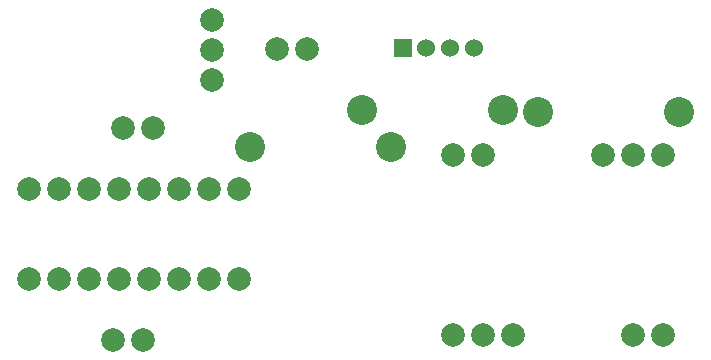
<source format=gbr>
%TF.GenerationSoftware,KiCad,Pcbnew,9.0.0*%
%TF.CreationDate,2025-03-09T22:47:05+01:00*%
%TF.ProjectId,Kicad,4b696361-642e-46b6-9963-61645f706362,rev?*%
%TF.SameCoordinates,Original*%
%TF.FileFunction,Soldermask,Top*%
%TF.FilePolarity,Negative*%
%FSLAX46Y46*%
G04 Gerber Fmt 4.6, Leading zero omitted, Abs format (unit mm)*
G04 Created by KiCad (PCBNEW 9.0.0) date 2025-03-09 22:47:05*
%MOMM*%
%LPD*%
G01*
G04 APERTURE LIST*
%ADD10C,2.000000*%
%ADD11C,2.540000*%
%ADD12R,1.524000X1.524000*%
%ADD13C,1.524000*%
G04 APERTURE END LIST*
D10*
%TO.C,U2*%
X173510000Y-76210000D03*
X176050000Y-76210000D03*
X178590000Y-76210000D03*
X181130000Y-76210000D03*
X183670000Y-76210000D03*
X186210000Y-76210000D03*
X188750000Y-76210000D03*
X191290000Y-76210000D03*
X191290000Y-68590000D03*
X188750000Y-68590000D03*
X186210000Y-68590000D03*
X183670000Y-68590000D03*
X181130000Y-68590000D03*
X178590000Y-68590000D03*
X176050000Y-68590000D03*
X173510000Y-68590000D03*
%TD*%
D11*
%TO.C,D1*%
X213700000Y-61900000D03*
X201700000Y-61900000D03*
%TD*%
D10*
%TO.C,J2*%
X183200000Y-81300000D03*
X180660000Y-81300000D03*
%TD*%
D11*
%TO.C,R1*%
X204200000Y-65000000D03*
X192200000Y-65000000D03*
%TD*%
D12*
%TO.C,J4*%
X205167500Y-56592500D03*
D13*
X207167500Y-56592500D03*
X209167500Y-56592500D03*
X211167500Y-56592500D03*
%TD*%
D11*
%TO.C,D2*%
X216600000Y-62000000D03*
X228600000Y-62000000D03*
%TD*%
D10*
%TO.C,U1*%
X227200000Y-80900000D03*
X224660000Y-80900000D03*
X214500000Y-80900000D03*
X211960000Y-80900000D03*
X209420000Y-80900000D03*
X227200000Y-65660000D03*
X224660000Y-65660000D03*
X222120000Y-65660000D03*
X211960000Y-65660000D03*
X209420000Y-65660000D03*
%TD*%
%TO.C,SW1*%
X189000000Y-54260000D03*
X189000000Y-56800000D03*
X189000000Y-59340000D03*
%TD*%
%TO.C,J3*%
X197100000Y-56700000D03*
X194560000Y-56700000D03*
%TD*%
%TO.C,J1*%
X181500000Y-63350000D03*
X184040000Y-63350000D03*
%TD*%
M02*

</source>
